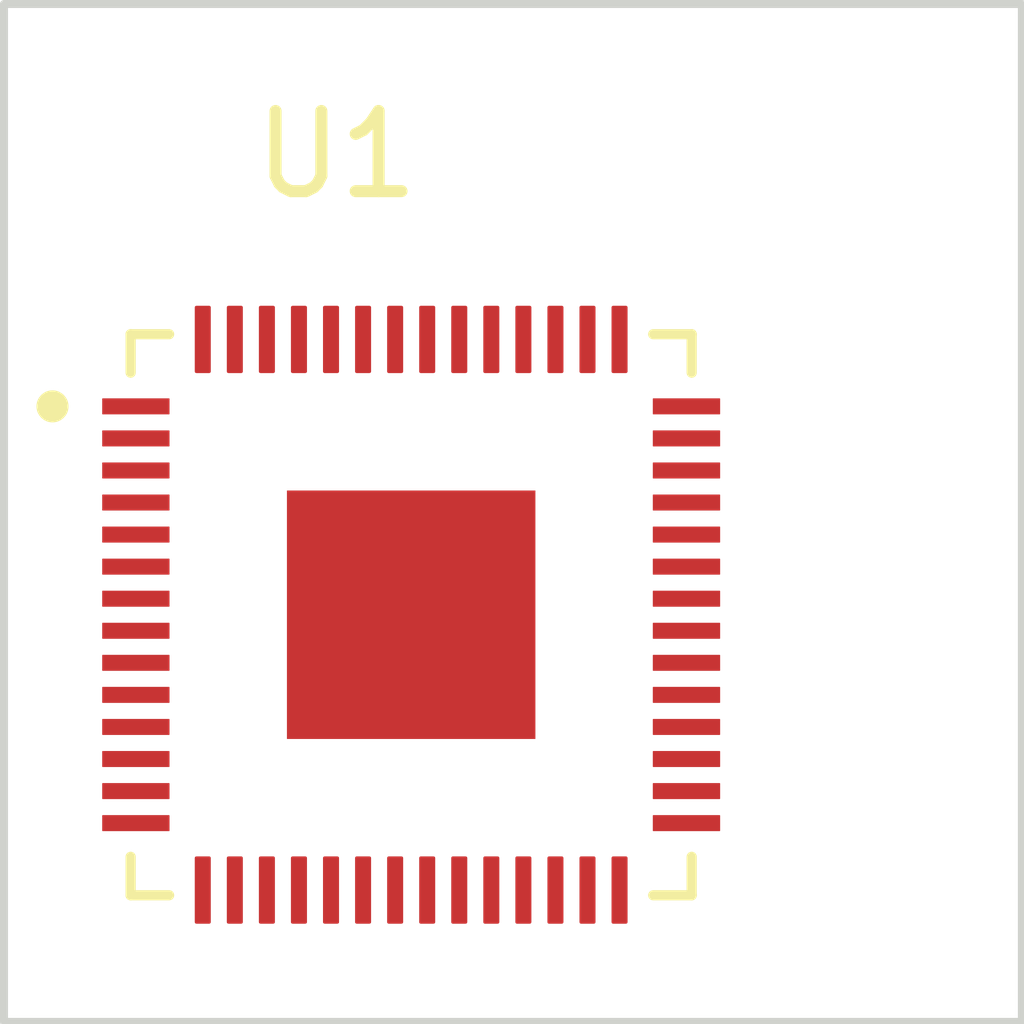
<source format=kicad_pcb>
(kicad_pcb (version 20211014) (generator pcbnew)
  (layers (0 "F.Cu" signal) (31 "B.Cu" signal) (34 "B.Paste" user) (35 "F.Paste" user) (36 "B.SilkS" user "B.Silkscreen") (37 "F.SilkS" user "F.Silkscreen") (38 "B.Mask" user) (39 "F.Mask" user) (44 "Edge.Cuts" user))
  (net 0 "")
  (net 52 "/SPI_CLK")
  (footprint "RP2040:RP2040" (layer "F.Cu") (at 137.16 86.36)
    (fp_text reference "U1" (at -0.93 -5.74) (layer "F.SilkS"))
    (fp_text value "RP2040" hide)
    (fp_line (start -3.5 3.5) (end -3.5 3.02) (layer "F.SilkS") (width 0.127))
    (fp_line (start -3.5 3.5) (end -3.02 3.5) (layer "F.SilkS") (width 0.127))
    (fp_line (start 3.5 3.5) (end 3.5 3.02) (layer "F.SilkS") (width 0.127))
    (fp_line (start 3.5 -3.5) (end 3.5 -3.02) (layer "F.SilkS") (width 0.127))
    (fp_line (start -3.5 -3.5) (end -3.02 -3.5) (layer "F.SilkS") (width 0.127))
    (fp_line (start -3.5 -3.5) (end -3.5 -3.02) (layer "F.SilkS") (width 0.127))
    (fp_line (start 3.5 3.5) (end 3.02 3.5) (layer "F.SilkS") (width 0.127))
    (fp_line (start 3.5 -3.5) (end 3.02 -3.5) (layer "F.SilkS") (width 0.127))
    (fp_circle (center -4.475 -2.6) (end -4.375 -2.6) (layer "F.SilkS") (width 0.2) (fill none))
    (pad "1" smd roundrect (at -3.435 -2.6) (size 0.84 0.2) (layers "F.Cu" "F.Paste" "F.Mask") (roundrect_rratio 0.03))
    (pad "2" smd roundrect (at -3.435 -2.2) (size 0.84 0.2) (layers "F.Cu" "F.Paste" "F.Mask") (roundrect_rratio 0.03))
    (pad "3" smd roundrect (at -3.435 -1.8) (size 0.84 0.2) (layers "F.Cu" "F.Paste" "F.Mask") (roundrect_rratio 0.03))
    (pad "4" smd roundrect (at -3.435 -1.4) (size 0.84 0.2) (layers "F.Cu" "F.Paste" "F.Mask") (roundrect_rratio 0.03))
    (pad "5" smd roundrect (at -3.435 -1) (size 0.84 0.2) (layers "F.Cu" "F.Paste" "F.Mask") (roundrect_rratio 0.03))
    (pad "6" smd roundrect (at -3.435 -0.6) (size 0.84 0.2) (layers "F.Cu" "F.Paste" "F.Mask") (roundrect_rratio 0.03))
    (pad "7" smd roundrect (at -3.435 -0.2) (size 0.84 0.2) (layers "F.Cu" "F.Paste" "F.Mask") (roundrect_rratio 0.03))
    (pad "8" smd roundrect (at -3.435 0.2) (size 0.84 0.2) (layers "F.Cu" "F.Paste" "F.Mask") (roundrect_rratio 0.03))
    (pad "9" smd roundrect (at -3.435 0.6) (size 0.84 0.2) (layers "F.Cu" "F.Paste" "F.Mask") (roundrect_rratio 0.03))
    (pad "10" smd roundrect (at -3.435 1) (size 0.84 0.2) (layers "F.Cu" "F.Paste" "F.Mask") (roundrect_rratio 0.03))
    (pad "11" smd roundrect (at -3.435 1.4) (size 0.84 0.2) (layers "F.Cu" "F.Paste" "F.Mask") (roundrect_rratio 0.03))
    (pad "12" smd roundrect (at -3.435 1.8) (size 0.84 0.2) (layers "F.Cu" "F.Paste" "F.Mask") (roundrect_rratio 0.03))
    (pad "13" smd roundrect (at -3.435 2.2) (size 0.84 0.2) (layers "F.Cu" "F.Paste" "F.Mask") (roundrect_rratio 0.03))
    (pad "14" smd roundrect (at -3.435 2.6) (size 0.84 0.2) (layers "F.Cu" "F.Paste" "F.Mask") (roundrect_rratio 0.03))
    (pad "15" smd roundrect (at -2.6 3.435) (size 0.2 0.84) (layers "F.Cu" "F.Paste" "F.Mask") (roundrect_rratio 0.1))
    (pad "16" smd roundrect (at -2.2 3.435) (size 0.2 0.84) (layers "F.Cu" "F.Paste" "F.Mask") (roundrect_rratio 0.1))
    (pad "17" smd roundrect (at -1.8 3.435) (size 0.2 0.84) (layers "F.Cu" "F.Paste" "F.Mask") (roundrect_rratio 0.1))
    (pad "18" smd roundrect (at -1.4 3.435) (size 0.2 0.84) (layers "F.Cu" "F.Paste" "F.Mask") (roundrect_rratio 0.1))
    (pad "19" smd roundrect (at -1 3.435) (size 0.2 0.84) (layers "F.Cu" "F.Paste" "F.Mask") (roundrect_rratio 0.1))
    (pad "20" smd roundrect (at -0.6 3.435) (size 0.2 0.84) (layers "F.Cu" "F.Paste" "F.Mask") (roundrect_rratio 0.1))
    (pad "21" smd roundrect (at -0.2 3.435) (size 0.2 0.84) (layers "F.Cu" "F.Paste" "F.Mask") (roundrect_rratio 0.1))
    (pad "22" smd roundrect (at 0.2 3.435) (size 0.2 0.84) (layers "F.Cu" "F.Paste" "F.Mask") (roundrect_rratio 0.1))
    (pad "23" smd roundrect (at 0.6 3.435) (size 0.2 0.84) (layers "F.Cu" "F.Paste" "F.Mask") (roundrect_rratio 0.1))
    (pad "24" smd roundrect (at 1 3.435) (size 0.2 0.84) (layers "F.Cu" "F.Paste" "F.Mask") (roundrect_rratio 0.1))
    (pad "25" smd roundrect (at 1.4 3.435) (size 0.2 0.84) (layers "F.Cu" "F.Paste" "F.Mask") (roundrect_rratio 0.1))
    (pad "26" smd roundrect (at 1.8 3.435) (size 0.2 0.84) (layers "F.Cu" "F.Paste" "F.Mask") (roundrect_rratio 0.1))
    (pad "27" smd roundrect (at 2.2 3.435) (size 0.2 0.84) (layers "F.Cu" "F.Paste" "F.Mask") (roundrect_rratio 0.1))
    (pad "28" smd roundrect (at 2.6 3.435) (size 0.2 0.84) (layers "F.Cu" "F.Paste" "F.Mask") (roundrect_rratio 0.1))
    (pad "29" smd roundrect (at 3.435 2.6) (size 0.84 0.2) (layers "F.Cu" "F.Paste" "F.Mask") (roundrect_rratio 0.03))
    (pad "30" smd roundrect (at 3.435 2.2) (size 0.84 0.2) (layers "F.Cu" "F.Paste" "F.Mask") (roundrect_rratio 0.03))
    (pad "31" smd roundrect (at 3.435 1.8) (size 0.84 0.2) (layers "F.Cu" "F.Paste" "F.Mask") (roundrect_rratio 0.03))
    (pad "32" smd roundrect (at 3.435 1.4) (size 0.84 0.2) (layers "F.Cu" "F.Paste" "F.Mask") (roundrect_rratio 0.03))
    (pad "33" smd roundrect (at 3.435 1) (size 0.84 0.2) (layers "F.Cu" "F.Paste" "F.Mask") (roundrect_rratio 0.03))
    (pad "34" smd roundrect (at 3.435 0.6) (size 0.84 0.2) (layers "F.Cu" "F.Paste" "F.Mask") (roundrect_rratio 0.03))
    (pad "35" smd roundrect (at 3.435 0.2) (size 0.84 0.2) (layers "F.Cu" "F.Paste" "F.Mask") (roundrect_rratio 0.03))
    (pad "36" smd roundrect (at 3.435 -0.2) (size 0.84 0.2) (layers "F.Cu" "F.Paste" "F.Mask") (roundrect_rratio 0.03))
    (pad "37" smd roundrect (at 3.435 -0.6) (size 0.84 0.2) (layers "F.Cu" "F.Paste" "F.Mask") (roundrect_rratio 0.03))
    (pad "38" smd roundrect (at 3.435 -1) (size 0.84 0.2) (layers "F.Cu" "F.Paste" "F.Mask") (roundrect_rratio 0.03))
    (pad "39" smd roundrect (at 3.435 -1.4) (size 0.84 0.2) (layers "F.Cu" "F.Paste" "F.Mask") (roundrect_rratio 0.03))
    (pad "40" smd roundrect (at 3.435 -1.8) (size 0.84 0.2) (layers "F.Cu" "F.Paste" "F.Mask") (roundrect_rratio 0.03))
    (pad "41" smd roundrect (at 3.435 -2.2) (size 0.84 0.2) (layers "F.Cu" "F.Paste" "F.Mask") (roundrect_rratio 0.03))
    (pad "42" smd roundrect (at 3.435 -2.6) (size 0.84 0.2) (layers "F.Cu" "F.Paste" "F.Mask") (roundrect_rratio 0.03))
    (pad "43" smd roundrect (at 2.6 -3.435) (size 0.2 0.84) (layers "F.Cu" "F.Paste" "F.Mask") (roundrect_rratio 0.1))
    (pad "44" smd roundrect (at 2.2 -3.435) (size 0.2 0.84) (layers "F.Cu" "F.Paste" "F.Mask") (roundrect_rratio 0.1))
    (pad "45" smd roundrect (at 1.8 -3.435) (size 0.2 0.84) (layers "F.Cu" "F.Paste" "F.Mask") (roundrect_rratio 0.1))
    (pad "46" smd roundrect (at 1.4 -3.435) (size 0.2 0.84) (layers "F.Cu" "F.Paste" "F.Mask") (roundrect_rratio 0.1))
    (pad "47" smd roundrect (at 1 -3.435) (size 0.2 0.84) (layers "F.Cu" "F.Paste" "F.Mask") (roundrect_rratio 0.1))
    (pad "48" smd roundrect (at 0.6 -3.435) (size 0.2 0.84) (layers "F.Cu" "F.Paste" "F.Mask") (roundrect_rratio 0.1))
    (pad "49" smd roundrect (at 0.2 -3.435) (size 0.2 0.84) (layers "F.Cu" "F.Paste" "F.Mask") (roundrect_rratio 0.1))
    (pad "50" smd roundrect (at -0.2 -3.435) (size 0.2 0.84) (layers "F.Cu" "F.Paste" "F.Mask") (roundrect_rratio 0.1))
    (pad "51" smd roundrect (at -0.6 -3.435) (size 0.2 0.84) (layers "F.Cu" "F.Paste" "F.Mask") (roundrect_rratio 0.1))
    (pad "52" smd roundrect (at -1 -3.435) (size 0.2 0.84) (layers "F.Cu" "F.Paste" "F.Mask") (roundrect_rratio 0.1) (net 52 "/SPI_CLK"))
    (pad "53" smd roundrect (at -1.4 -3.435) (size 0.2 0.84) (layers "F.Cu" "F.Paste" "F.Mask") (roundrect_rratio 0.1))
    (pad "54" smd roundrect (at -1.8 -3.435) (size 0.2 0.84) (layers "F.Cu" "F.Paste" "F.Mask") (roundrect_rratio 0.1))
    (pad "55" smd roundrect (at -2.2 -3.435) (size 0.2 0.84) (layers "F.Cu" "F.Paste" "F.Mask") (roundrect_rratio 0.1))
    (pad "56" smd roundrect (at -2.6 -3.435) (size 0.2 0.84) (layers "F.Cu" "F.Paste" "F.Mask") (roundrect_rratio 0.1))
    (pad "57" smd rect (at 0 0) (size 3.1 3.1) (layers "F.Cu" "F.Mask"))
  )
  (gr_rect (start 144.78 78.74) (end 132.08 91.44) (layer "Edge.Cuts") (width 0.1) (fill none))
)
</source>
